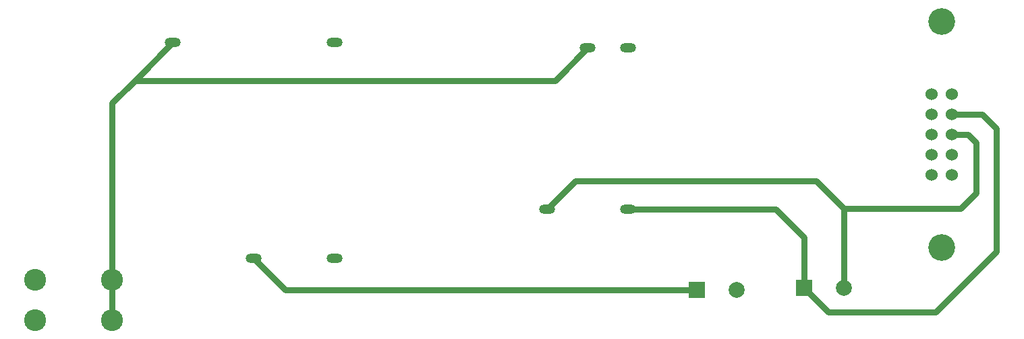
<source format=gbr>
%TF.GenerationSoftware,KiCad,Pcbnew,(5.1.9)-1*%
%TF.CreationDate,2021-03-26T17:10:42+01:00*%
%TF.ProjectId,Power Supply,506f7765-7220-4537-9570-706c792e6b69,rev?*%
%TF.SameCoordinates,Original*%
%TF.FileFunction,Copper,L2,Bot*%
%TF.FilePolarity,Positive*%
%FSLAX46Y46*%
G04 Gerber Fmt 4.6, Leading zero omitted, Abs format (unit mm)*
G04 Created by KiCad (PCBNEW (5.1.9)-1) date 2021-03-26 17:10:42*
%MOMM*%
%LPD*%
G01*
G04 APERTURE LIST*
%TA.AperFunction,ComponentPad*%
%ADD10C,2.745000*%
%TD*%
%TA.AperFunction,ComponentPad*%
%ADD11C,1.524000*%
%TD*%
%TA.AperFunction,ComponentPad*%
%ADD12C,3.352800*%
%TD*%
%TA.AperFunction,ComponentPad*%
%ADD13O,2.000000X1.200000*%
%TD*%
%TA.AperFunction,ComponentPad*%
%ADD14C,2.000000*%
%TD*%
%TA.AperFunction,ComponentPad*%
%ADD15R,2.000000X2.000000*%
%TD*%
%TA.AperFunction,Conductor*%
%ADD16C,0.750000*%
%TD*%
G04 APERTURE END LIST*
D10*
%TO.P,J2,1*%
%TO.N,Net-(J2-Pad1)*%
X109982000Y-136398000D03*
%TO.P,J2,2*%
X109982000Y-131318000D03*
%TD*%
%TO.P,J1,1*%
%TO.N,Net-(J1-Pad1)*%
X119634000Y-136398000D03*
%TO.P,J1,2*%
X119634000Y-131318000D03*
%TD*%
D11*
%TO.P,J3,1*%
%TO.N,Net-(J3-Pad1)*%
X225044000Y-107950000D03*
%TO.P,J3,2*%
%TO.N,Net-(J3-Pad2)*%
X222504000Y-107950000D03*
%TO.P,J3,3*%
%TO.N,5V*%
X225044000Y-110490000D03*
%TO.P,J3,4*%
%TO.N,Net-(J3-Pad4)*%
X222504000Y-110490000D03*
%TO.P,J3,5*%
%TO.N,5V_GND*%
X225044000Y-113030000D03*
%TO.P,J3,6*%
%TO.N,Phantom_48V*%
X222504000Y-113030000D03*
%TO.P,J3,7*%
%TO.N,Net-(J3-Pad7)*%
X225044000Y-115570000D03*
%TO.P,J3,8*%
%TO.N,Net-(J3-Pad8)*%
X222504000Y-115570000D03*
%TO.P,J3,9*%
%TO.N,Net-(J3-Pad9)*%
X225044000Y-118110000D03*
%TO.P,J3,10*%
%TO.N,Phantom_48V_GND*%
X222504000Y-118110000D03*
D12*
%TO.P,J3,11*%
%TO.N,Net-(J3-Pad11)*%
X223774000Y-98818700D03*
%TO.P,J3,12*%
%TO.N,Net-(J3-Pad12)*%
X223774000Y-127241300D03*
%TD*%
D13*
%TO.P,U2,3*%
%TO.N,Phantom_48V*%
X137414000Y-128652000D03*
%TO.P,U2,4*%
%TO.N,Phantom_48V_GND*%
X147574000Y-128652000D03*
%TO.P,U2,1*%
%TO.N,Net-(J1-Pad1)*%
X127254000Y-101472000D03*
%TO.P,U2,2*%
%TO.N,Net-(J2-Pad1)*%
X147574000Y-101472000D03*
%TD*%
%TO.P,U1,4*%
%TO.N,5V_GND*%
X174244000Y-122428000D03*
%TO.P,U1,3*%
%TO.N,5V*%
X184404000Y-122428000D03*
%TO.P,U1,1*%
%TO.N,Net-(J1-Pad1)*%
X179324000Y-102108000D03*
%TO.P,U1,2*%
%TO.N,Net-(J2-Pad1)*%
X184404000Y-102108000D03*
%TD*%
D14*
%TO.P,C4,2*%
%TO.N,5V_GND*%
X211502000Y-132334000D03*
D15*
%TO.P,C4,1*%
%TO.N,5V*%
X206502000Y-132334000D03*
%TD*%
D14*
%TO.P,C3,2*%
%TO.N,Phantom_48V_GND*%
X198040000Y-132588000D03*
D15*
%TO.P,C3,1*%
%TO.N,Phantom_48V*%
X193040000Y-132588000D03*
%TD*%
D16*
%TO.N,Phantom_48V*%
X141350000Y-132588000D02*
X137414000Y-128652000D01*
X193040000Y-132588000D02*
X141350000Y-132588000D01*
%TO.N,5V_GND*%
X177800000Y-118872000D02*
X174244000Y-122428000D01*
X208026000Y-118872000D02*
X177800000Y-118872000D01*
X211502000Y-122348000D02*
X208026000Y-118872000D01*
X211502000Y-132334000D02*
X211502000Y-122348000D01*
X226140000Y-122348000D02*
X211502000Y-122348000D01*
X228092000Y-120396000D02*
X226140000Y-122348000D01*
X228092000Y-114046000D02*
X228092000Y-120396000D01*
X227076000Y-113030000D02*
X228092000Y-114046000D01*
X225044000Y-113030000D02*
X227076000Y-113030000D01*
%TO.N,5V*%
X202946000Y-122428000D02*
X184404000Y-122428000D01*
X206502000Y-125984000D02*
X202946000Y-122428000D01*
X206502000Y-132334000D02*
X206502000Y-125984000D01*
X209550000Y-135382000D02*
X206502000Y-132334000D01*
X223012000Y-135382000D02*
X209550000Y-135382000D01*
X230632000Y-127762000D02*
X223012000Y-135382000D01*
X230632000Y-112268000D02*
X230632000Y-127762000D01*
X228854000Y-110490000D02*
X230632000Y-112268000D01*
X225044000Y-110490000D02*
X228854000Y-110490000D01*
%TO.N,Net-(J1-Pad1)*%
X119634000Y-136398000D02*
X119634000Y-131318000D01*
X119634000Y-131318000D02*
X119634000Y-109092000D01*
X175197000Y-106235000D02*
X122491000Y-106235000D01*
X179324000Y-102108000D02*
X175197000Y-106235000D01*
X122491000Y-106235000D02*
X127254000Y-101472000D01*
X119634000Y-109092000D02*
X122491000Y-106235000D01*
%TD*%
M02*

</source>
